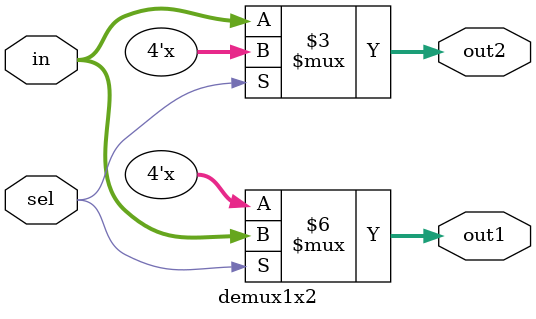
<source format=v>

module demux1x2(
	sel,
	in,
	out1,
	out2
);

parameter WIDTH = 4;

input sel;
input[WIDTH-1:0] in;
output reg [WIDTH-1:0] out1;
output reg [WIDTH-1:0] out2;


always @ (*) 
begin
	if (sel) begin
		out1 = in;
		out2 = {WIDTH{1'bz}};
	end 
	else begin
		out2 = in;
		out1 = {WIDTH{1'bz}};
	end
end


endmodule


</source>
